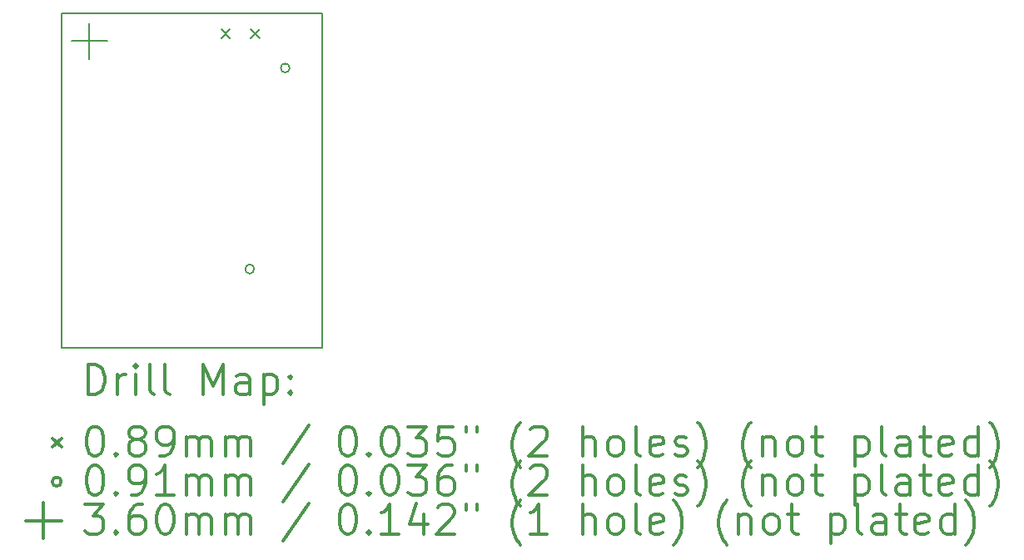
<source format=gbr>
%FSLAX45Y45*%
G04 Gerber Fmt 4.5, Leading zero omitted, Abs format (unit mm)*
G04 Created by KiCad (PCBNEW 4.0.2+dfsg1-stable) date Thu 12 Jan 2017 19:54:48 CET*
%MOMM*%
G01*
G04 APERTURE LIST*
%ADD10C,0.127000*%
%ADD11C,0.150000*%
%ADD12C,0.200000*%
%ADD13C,0.300000*%
G04 APERTURE END LIST*
D10*
D11*
X5960Y4340D02*
X2655960Y4340D01*
X2655960Y4340D02*
X2655960Y3404340D01*
X2655960Y3404340D02*
X5960Y3404340D01*
X5960Y3404340D02*
X5960Y4340D01*
D12*
X1627110Y3241790D02*
X1716010Y3152890D01*
X1716010Y3241790D02*
X1627110Y3152890D01*
X1927110Y3241790D02*
X2016010Y3152890D01*
X2016010Y3241790D02*
X1927110Y3152890D01*
X1960693Y804753D02*
G75*
G03X1960693Y804753I-45720J0D01*
G01*
X2321486Y2850908D02*
G75*
G03X2321486Y2850908I-45720J0D01*
G01*
X285360Y3304340D02*
X285360Y2944340D01*
X105360Y3124340D02*
X465360Y3124340D01*
D13*
X269889Y-468874D02*
X269889Y-168874D01*
X341317Y-168874D01*
X384174Y-183160D01*
X412746Y-211731D01*
X427031Y-240303D01*
X441317Y-297446D01*
X441317Y-340303D01*
X427031Y-397446D01*
X412746Y-426017D01*
X384174Y-454589D01*
X341317Y-468874D01*
X269889Y-468874D01*
X569889Y-468874D02*
X569889Y-268874D01*
X569889Y-326017D02*
X584174Y-297446D01*
X598460Y-283160D01*
X627031Y-268874D01*
X655603Y-268874D01*
X755603Y-468874D02*
X755603Y-268874D01*
X755603Y-168874D02*
X741317Y-183160D01*
X755603Y-197446D01*
X769888Y-183160D01*
X755603Y-168874D01*
X755603Y-197446D01*
X941317Y-468874D02*
X912746Y-454589D01*
X898460Y-426017D01*
X898460Y-168874D01*
X1098460Y-468874D02*
X1069889Y-454589D01*
X1055603Y-426017D01*
X1055603Y-168874D01*
X1441317Y-468874D02*
X1441317Y-168874D01*
X1541317Y-383160D01*
X1641317Y-168874D01*
X1641317Y-468874D01*
X1912746Y-468874D02*
X1912746Y-311732D01*
X1898460Y-283160D01*
X1869888Y-268874D01*
X1812746Y-268874D01*
X1784174Y-283160D01*
X1912746Y-454589D02*
X1884174Y-468874D01*
X1812746Y-468874D01*
X1784174Y-454589D01*
X1769888Y-426017D01*
X1769888Y-397446D01*
X1784174Y-368874D01*
X1812746Y-354589D01*
X1884174Y-354589D01*
X1912746Y-340303D01*
X2055603Y-268874D02*
X2055603Y-568874D01*
X2055603Y-283160D02*
X2084174Y-268874D01*
X2141317Y-268874D01*
X2169889Y-283160D01*
X2184174Y-297446D01*
X2198460Y-326017D01*
X2198460Y-411731D01*
X2184174Y-440303D01*
X2169889Y-454589D01*
X2141317Y-468874D01*
X2084174Y-468874D01*
X2055603Y-454589D01*
X2327031Y-440303D02*
X2341317Y-454589D01*
X2327031Y-468874D01*
X2312746Y-454589D01*
X2327031Y-440303D01*
X2327031Y-468874D01*
X2327031Y-283160D02*
X2341317Y-297446D01*
X2327031Y-311732D01*
X2312746Y-297446D01*
X2327031Y-283160D01*
X2327031Y-311732D01*
X-90440Y-918710D02*
X-1540Y-1007610D01*
X-1540Y-918710D02*
X-90440Y-1007610D01*
X327031Y-798874D02*
X355603Y-798874D01*
X384174Y-813160D01*
X398460Y-827446D01*
X412746Y-856017D01*
X427031Y-913160D01*
X427031Y-984589D01*
X412746Y-1041731D01*
X398460Y-1070303D01*
X384174Y-1084589D01*
X355603Y-1098874D01*
X327031Y-1098874D01*
X298460Y-1084589D01*
X284174Y-1070303D01*
X269889Y-1041731D01*
X255603Y-984589D01*
X255603Y-913160D01*
X269889Y-856017D01*
X284174Y-827446D01*
X298460Y-813160D01*
X327031Y-798874D01*
X555603Y-1070303D02*
X569889Y-1084589D01*
X555603Y-1098874D01*
X541317Y-1084589D01*
X555603Y-1070303D01*
X555603Y-1098874D01*
X741317Y-927446D02*
X712746Y-913160D01*
X698460Y-898874D01*
X684174Y-870303D01*
X684174Y-856017D01*
X698460Y-827446D01*
X712746Y-813160D01*
X741317Y-798874D01*
X798460Y-798874D01*
X827031Y-813160D01*
X841317Y-827446D01*
X855603Y-856017D01*
X855603Y-870303D01*
X841317Y-898874D01*
X827031Y-913160D01*
X798460Y-927446D01*
X741317Y-927446D01*
X712746Y-941731D01*
X698460Y-956017D01*
X684174Y-984589D01*
X684174Y-1041731D01*
X698460Y-1070303D01*
X712746Y-1084589D01*
X741317Y-1098874D01*
X798460Y-1098874D01*
X827031Y-1084589D01*
X841317Y-1070303D01*
X855603Y-1041731D01*
X855603Y-984589D01*
X841317Y-956017D01*
X827031Y-941731D01*
X798460Y-927446D01*
X998460Y-1098874D02*
X1055603Y-1098874D01*
X1084174Y-1084589D01*
X1098460Y-1070303D01*
X1127031Y-1027446D01*
X1141317Y-970303D01*
X1141317Y-856017D01*
X1127031Y-827446D01*
X1112746Y-813160D01*
X1084174Y-798874D01*
X1027031Y-798874D01*
X998460Y-813160D01*
X984174Y-827446D01*
X969888Y-856017D01*
X969888Y-927446D01*
X984174Y-956017D01*
X998460Y-970303D01*
X1027031Y-984589D01*
X1084174Y-984589D01*
X1112746Y-970303D01*
X1127031Y-956017D01*
X1141317Y-927446D01*
X1269889Y-1098874D02*
X1269889Y-898874D01*
X1269889Y-927446D02*
X1284174Y-913160D01*
X1312746Y-898874D01*
X1355603Y-898874D01*
X1384174Y-913160D01*
X1398460Y-941731D01*
X1398460Y-1098874D01*
X1398460Y-941731D02*
X1412746Y-913160D01*
X1441317Y-898874D01*
X1484174Y-898874D01*
X1512746Y-913160D01*
X1527031Y-941731D01*
X1527031Y-1098874D01*
X1669888Y-1098874D02*
X1669888Y-898874D01*
X1669888Y-927446D02*
X1684174Y-913160D01*
X1712746Y-898874D01*
X1755603Y-898874D01*
X1784174Y-913160D01*
X1798460Y-941731D01*
X1798460Y-1098874D01*
X1798460Y-941731D02*
X1812746Y-913160D01*
X1841317Y-898874D01*
X1884174Y-898874D01*
X1912746Y-913160D01*
X1927031Y-941731D01*
X1927031Y-1098874D01*
X2512746Y-784589D02*
X2255603Y-1170303D01*
X2898460Y-798874D02*
X2927031Y-798874D01*
X2955603Y-813160D01*
X2969888Y-827446D01*
X2984174Y-856017D01*
X2998460Y-913160D01*
X2998460Y-984589D01*
X2984174Y-1041731D01*
X2969888Y-1070303D01*
X2955603Y-1084589D01*
X2927031Y-1098874D01*
X2898460Y-1098874D01*
X2869888Y-1084589D01*
X2855603Y-1070303D01*
X2841317Y-1041731D01*
X2827031Y-984589D01*
X2827031Y-913160D01*
X2841317Y-856017D01*
X2855603Y-827446D01*
X2869888Y-813160D01*
X2898460Y-798874D01*
X3127031Y-1070303D02*
X3141317Y-1084589D01*
X3127031Y-1098874D01*
X3112746Y-1084589D01*
X3127031Y-1070303D01*
X3127031Y-1098874D01*
X3327031Y-798874D02*
X3355603Y-798874D01*
X3384174Y-813160D01*
X3398460Y-827446D01*
X3412745Y-856017D01*
X3427031Y-913160D01*
X3427031Y-984589D01*
X3412745Y-1041731D01*
X3398460Y-1070303D01*
X3384174Y-1084589D01*
X3355603Y-1098874D01*
X3327031Y-1098874D01*
X3298460Y-1084589D01*
X3284174Y-1070303D01*
X3269888Y-1041731D01*
X3255603Y-984589D01*
X3255603Y-913160D01*
X3269888Y-856017D01*
X3284174Y-827446D01*
X3298460Y-813160D01*
X3327031Y-798874D01*
X3527031Y-798874D02*
X3712745Y-798874D01*
X3612745Y-913160D01*
X3655603Y-913160D01*
X3684174Y-927446D01*
X3698460Y-941731D01*
X3712745Y-970303D01*
X3712745Y-1041731D01*
X3698460Y-1070303D01*
X3684174Y-1084589D01*
X3655603Y-1098874D01*
X3569888Y-1098874D01*
X3541317Y-1084589D01*
X3527031Y-1070303D01*
X3984174Y-798874D02*
X3841317Y-798874D01*
X3827031Y-941731D01*
X3841317Y-927446D01*
X3869888Y-913160D01*
X3941317Y-913160D01*
X3969888Y-927446D01*
X3984174Y-941731D01*
X3998460Y-970303D01*
X3998460Y-1041731D01*
X3984174Y-1070303D01*
X3969888Y-1084589D01*
X3941317Y-1098874D01*
X3869888Y-1098874D01*
X3841317Y-1084589D01*
X3827031Y-1070303D01*
X4112746Y-798874D02*
X4112746Y-856017D01*
X4227031Y-798874D02*
X4227031Y-856017D01*
X4669888Y-1213160D02*
X4655603Y-1198874D01*
X4627031Y-1156017D01*
X4612746Y-1127446D01*
X4598460Y-1084589D01*
X4584174Y-1013160D01*
X4584174Y-956017D01*
X4598460Y-884589D01*
X4612746Y-841731D01*
X4627031Y-813160D01*
X4655603Y-770303D01*
X4669888Y-756017D01*
X4769888Y-827446D02*
X4784174Y-813160D01*
X4812746Y-798874D01*
X4884174Y-798874D01*
X4912746Y-813160D01*
X4927031Y-827446D01*
X4941317Y-856017D01*
X4941317Y-884589D01*
X4927031Y-927446D01*
X4755603Y-1098874D01*
X4941317Y-1098874D01*
X5298460Y-1098874D02*
X5298460Y-798874D01*
X5427031Y-1098874D02*
X5427031Y-941731D01*
X5412746Y-913160D01*
X5384174Y-898874D01*
X5341317Y-898874D01*
X5312746Y-913160D01*
X5298460Y-927446D01*
X5612745Y-1098874D02*
X5584174Y-1084589D01*
X5569888Y-1070303D01*
X5555603Y-1041731D01*
X5555603Y-956017D01*
X5569888Y-927446D01*
X5584174Y-913160D01*
X5612745Y-898874D01*
X5655603Y-898874D01*
X5684174Y-913160D01*
X5698460Y-927446D01*
X5712745Y-956017D01*
X5712745Y-1041731D01*
X5698460Y-1070303D01*
X5684174Y-1084589D01*
X5655603Y-1098874D01*
X5612745Y-1098874D01*
X5884174Y-1098874D02*
X5855603Y-1084589D01*
X5841317Y-1056017D01*
X5841317Y-798874D01*
X6112746Y-1084589D02*
X6084174Y-1098874D01*
X6027031Y-1098874D01*
X5998460Y-1084589D01*
X5984174Y-1056017D01*
X5984174Y-941731D01*
X5998460Y-913160D01*
X6027031Y-898874D01*
X6084174Y-898874D01*
X6112746Y-913160D01*
X6127031Y-941731D01*
X6127031Y-970303D01*
X5984174Y-998874D01*
X6241317Y-1084589D02*
X6269888Y-1098874D01*
X6327031Y-1098874D01*
X6355603Y-1084589D01*
X6369888Y-1056017D01*
X6369888Y-1041731D01*
X6355603Y-1013160D01*
X6327031Y-998874D01*
X6284174Y-998874D01*
X6255603Y-984589D01*
X6241317Y-956017D01*
X6241317Y-941731D01*
X6255603Y-913160D01*
X6284174Y-898874D01*
X6327031Y-898874D01*
X6355603Y-913160D01*
X6469888Y-1213160D02*
X6484174Y-1198874D01*
X6512746Y-1156017D01*
X6527031Y-1127446D01*
X6541317Y-1084589D01*
X6555603Y-1013160D01*
X6555603Y-956017D01*
X6541317Y-884589D01*
X6527031Y-841731D01*
X6512746Y-813160D01*
X6484174Y-770303D01*
X6469888Y-756017D01*
X7012746Y-1213160D02*
X6998460Y-1198874D01*
X6969888Y-1156017D01*
X6955603Y-1127446D01*
X6941317Y-1084589D01*
X6927031Y-1013160D01*
X6927031Y-956017D01*
X6941317Y-884589D01*
X6955603Y-841731D01*
X6969888Y-813160D01*
X6998460Y-770303D01*
X7012746Y-756017D01*
X7127031Y-898874D02*
X7127031Y-1098874D01*
X7127031Y-927446D02*
X7141317Y-913160D01*
X7169888Y-898874D01*
X7212746Y-898874D01*
X7241317Y-913160D01*
X7255603Y-941731D01*
X7255603Y-1098874D01*
X7441317Y-1098874D02*
X7412746Y-1084589D01*
X7398460Y-1070303D01*
X7384174Y-1041731D01*
X7384174Y-956017D01*
X7398460Y-927446D01*
X7412746Y-913160D01*
X7441317Y-898874D01*
X7484174Y-898874D01*
X7512746Y-913160D01*
X7527031Y-927446D01*
X7541317Y-956017D01*
X7541317Y-1041731D01*
X7527031Y-1070303D01*
X7512746Y-1084589D01*
X7484174Y-1098874D01*
X7441317Y-1098874D01*
X7627031Y-898874D02*
X7741317Y-898874D01*
X7669888Y-798874D02*
X7669888Y-1056017D01*
X7684174Y-1084589D01*
X7712746Y-1098874D01*
X7741317Y-1098874D01*
X8069888Y-898874D02*
X8069888Y-1198874D01*
X8069888Y-913160D02*
X8098460Y-898874D01*
X8155603Y-898874D01*
X8184174Y-913160D01*
X8198460Y-927446D01*
X8212746Y-956017D01*
X8212746Y-1041731D01*
X8198460Y-1070303D01*
X8184174Y-1084589D01*
X8155603Y-1098874D01*
X8098460Y-1098874D01*
X8069888Y-1084589D01*
X8384174Y-1098874D02*
X8355603Y-1084589D01*
X8341317Y-1056017D01*
X8341317Y-798874D01*
X8627031Y-1098874D02*
X8627031Y-941731D01*
X8612746Y-913160D01*
X8584174Y-898874D01*
X8527031Y-898874D01*
X8498460Y-913160D01*
X8627031Y-1084589D02*
X8598460Y-1098874D01*
X8527031Y-1098874D01*
X8498460Y-1084589D01*
X8484174Y-1056017D01*
X8484174Y-1027446D01*
X8498460Y-998874D01*
X8527031Y-984589D01*
X8598460Y-984589D01*
X8627031Y-970303D01*
X8727031Y-898874D02*
X8841317Y-898874D01*
X8769889Y-798874D02*
X8769889Y-1056017D01*
X8784174Y-1084589D01*
X8812746Y-1098874D01*
X8841317Y-1098874D01*
X9055603Y-1084589D02*
X9027032Y-1098874D01*
X8969889Y-1098874D01*
X8941317Y-1084589D01*
X8927032Y-1056017D01*
X8927032Y-941731D01*
X8941317Y-913160D01*
X8969889Y-898874D01*
X9027032Y-898874D01*
X9055603Y-913160D01*
X9069889Y-941731D01*
X9069889Y-970303D01*
X8927032Y-998874D01*
X9327032Y-1098874D02*
X9327032Y-798874D01*
X9327032Y-1084589D02*
X9298460Y-1098874D01*
X9241317Y-1098874D01*
X9212746Y-1084589D01*
X9198460Y-1070303D01*
X9184174Y-1041731D01*
X9184174Y-956017D01*
X9198460Y-927446D01*
X9212746Y-913160D01*
X9241317Y-898874D01*
X9298460Y-898874D01*
X9327032Y-913160D01*
X9441317Y-1213160D02*
X9455603Y-1198874D01*
X9484174Y-1156017D01*
X9498460Y-1127446D01*
X9512746Y-1084589D01*
X9527032Y-1013160D01*
X9527032Y-956017D01*
X9512746Y-884589D01*
X9498460Y-841731D01*
X9484174Y-813160D01*
X9455603Y-770303D01*
X9441317Y-756017D01*
X-1540Y-1359160D02*
G75*
G03X-1540Y-1359160I-45720J0D01*
G01*
X327031Y-1194874D02*
X355603Y-1194874D01*
X384174Y-1209160D01*
X398460Y-1223446D01*
X412746Y-1252017D01*
X427031Y-1309160D01*
X427031Y-1380589D01*
X412746Y-1437731D01*
X398460Y-1466303D01*
X384174Y-1480589D01*
X355603Y-1494874D01*
X327031Y-1494874D01*
X298460Y-1480589D01*
X284174Y-1466303D01*
X269889Y-1437731D01*
X255603Y-1380589D01*
X255603Y-1309160D01*
X269889Y-1252017D01*
X284174Y-1223446D01*
X298460Y-1209160D01*
X327031Y-1194874D01*
X555603Y-1466303D02*
X569889Y-1480589D01*
X555603Y-1494874D01*
X541317Y-1480589D01*
X555603Y-1466303D01*
X555603Y-1494874D01*
X712746Y-1494874D02*
X769888Y-1494874D01*
X798460Y-1480589D01*
X812746Y-1466303D01*
X841317Y-1423446D01*
X855603Y-1366303D01*
X855603Y-1252017D01*
X841317Y-1223446D01*
X827031Y-1209160D01*
X798460Y-1194874D01*
X741317Y-1194874D01*
X712746Y-1209160D01*
X698460Y-1223446D01*
X684174Y-1252017D01*
X684174Y-1323446D01*
X698460Y-1352017D01*
X712746Y-1366303D01*
X741317Y-1380589D01*
X798460Y-1380589D01*
X827031Y-1366303D01*
X841317Y-1352017D01*
X855603Y-1323446D01*
X1141317Y-1494874D02*
X969888Y-1494874D01*
X1055603Y-1494874D02*
X1055603Y-1194874D01*
X1027031Y-1237732D01*
X998460Y-1266303D01*
X969888Y-1280589D01*
X1269889Y-1494874D02*
X1269889Y-1294874D01*
X1269889Y-1323446D02*
X1284174Y-1309160D01*
X1312746Y-1294874D01*
X1355603Y-1294874D01*
X1384174Y-1309160D01*
X1398460Y-1337732D01*
X1398460Y-1494874D01*
X1398460Y-1337732D02*
X1412746Y-1309160D01*
X1441317Y-1294874D01*
X1484174Y-1294874D01*
X1512746Y-1309160D01*
X1527031Y-1337732D01*
X1527031Y-1494874D01*
X1669888Y-1494874D02*
X1669888Y-1294874D01*
X1669888Y-1323446D02*
X1684174Y-1309160D01*
X1712746Y-1294874D01*
X1755603Y-1294874D01*
X1784174Y-1309160D01*
X1798460Y-1337732D01*
X1798460Y-1494874D01*
X1798460Y-1337732D02*
X1812746Y-1309160D01*
X1841317Y-1294874D01*
X1884174Y-1294874D01*
X1912746Y-1309160D01*
X1927031Y-1337732D01*
X1927031Y-1494874D01*
X2512746Y-1180589D02*
X2255603Y-1566303D01*
X2898460Y-1194874D02*
X2927031Y-1194874D01*
X2955603Y-1209160D01*
X2969888Y-1223446D01*
X2984174Y-1252017D01*
X2998460Y-1309160D01*
X2998460Y-1380589D01*
X2984174Y-1437731D01*
X2969888Y-1466303D01*
X2955603Y-1480589D01*
X2927031Y-1494874D01*
X2898460Y-1494874D01*
X2869888Y-1480589D01*
X2855603Y-1466303D01*
X2841317Y-1437731D01*
X2827031Y-1380589D01*
X2827031Y-1309160D01*
X2841317Y-1252017D01*
X2855603Y-1223446D01*
X2869888Y-1209160D01*
X2898460Y-1194874D01*
X3127031Y-1466303D02*
X3141317Y-1480589D01*
X3127031Y-1494874D01*
X3112746Y-1480589D01*
X3127031Y-1466303D01*
X3127031Y-1494874D01*
X3327031Y-1194874D02*
X3355603Y-1194874D01*
X3384174Y-1209160D01*
X3398460Y-1223446D01*
X3412745Y-1252017D01*
X3427031Y-1309160D01*
X3427031Y-1380589D01*
X3412745Y-1437731D01*
X3398460Y-1466303D01*
X3384174Y-1480589D01*
X3355603Y-1494874D01*
X3327031Y-1494874D01*
X3298460Y-1480589D01*
X3284174Y-1466303D01*
X3269888Y-1437731D01*
X3255603Y-1380589D01*
X3255603Y-1309160D01*
X3269888Y-1252017D01*
X3284174Y-1223446D01*
X3298460Y-1209160D01*
X3327031Y-1194874D01*
X3527031Y-1194874D02*
X3712745Y-1194874D01*
X3612745Y-1309160D01*
X3655603Y-1309160D01*
X3684174Y-1323446D01*
X3698460Y-1337732D01*
X3712745Y-1366303D01*
X3712745Y-1437731D01*
X3698460Y-1466303D01*
X3684174Y-1480589D01*
X3655603Y-1494874D01*
X3569888Y-1494874D01*
X3541317Y-1480589D01*
X3527031Y-1466303D01*
X3969888Y-1194874D02*
X3912745Y-1194874D01*
X3884174Y-1209160D01*
X3869888Y-1223446D01*
X3841317Y-1266303D01*
X3827031Y-1323446D01*
X3827031Y-1437731D01*
X3841317Y-1466303D01*
X3855603Y-1480589D01*
X3884174Y-1494874D01*
X3941317Y-1494874D01*
X3969888Y-1480589D01*
X3984174Y-1466303D01*
X3998460Y-1437731D01*
X3998460Y-1366303D01*
X3984174Y-1337732D01*
X3969888Y-1323446D01*
X3941317Y-1309160D01*
X3884174Y-1309160D01*
X3855603Y-1323446D01*
X3841317Y-1337732D01*
X3827031Y-1366303D01*
X4112746Y-1194874D02*
X4112746Y-1252017D01*
X4227031Y-1194874D02*
X4227031Y-1252017D01*
X4669888Y-1609160D02*
X4655603Y-1594874D01*
X4627031Y-1552017D01*
X4612746Y-1523446D01*
X4598460Y-1480589D01*
X4584174Y-1409160D01*
X4584174Y-1352017D01*
X4598460Y-1280589D01*
X4612746Y-1237732D01*
X4627031Y-1209160D01*
X4655603Y-1166303D01*
X4669888Y-1152017D01*
X4769888Y-1223446D02*
X4784174Y-1209160D01*
X4812746Y-1194874D01*
X4884174Y-1194874D01*
X4912746Y-1209160D01*
X4927031Y-1223446D01*
X4941317Y-1252017D01*
X4941317Y-1280589D01*
X4927031Y-1323446D01*
X4755603Y-1494874D01*
X4941317Y-1494874D01*
X5298460Y-1494874D02*
X5298460Y-1194874D01*
X5427031Y-1494874D02*
X5427031Y-1337732D01*
X5412746Y-1309160D01*
X5384174Y-1294874D01*
X5341317Y-1294874D01*
X5312746Y-1309160D01*
X5298460Y-1323446D01*
X5612745Y-1494874D02*
X5584174Y-1480589D01*
X5569888Y-1466303D01*
X5555603Y-1437731D01*
X5555603Y-1352017D01*
X5569888Y-1323446D01*
X5584174Y-1309160D01*
X5612745Y-1294874D01*
X5655603Y-1294874D01*
X5684174Y-1309160D01*
X5698460Y-1323446D01*
X5712745Y-1352017D01*
X5712745Y-1437731D01*
X5698460Y-1466303D01*
X5684174Y-1480589D01*
X5655603Y-1494874D01*
X5612745Y-1494874D01*
X5884174Y-1494874D02*
X5855603Y-1480589D01*
X5841317Y-1452017D01*
X5841317Y-1194874D01*
X6112746Y-1480589D02*
X6084174Y-1494874D01*
X6027031Y-1494874D01*
X5998460Y-1480589D01*
X5984174Y-1452017D01*
X5984174Y-1337732D01*
X5998460Y-1309160D01*
X6027031Y-1294874D01*
X6084174Y-1294874D01*
X6112746Y-1309160D01*
X6127031Y-1337732D01*
X6127031Y-1366303D01*
X5984174Y-1394874D01*
X6241317Y-1480589D02*
X6269888Y-1494874D01*
X6327031Y-1494874D01*
X6355603Y-1480589D01*
X6369888Y-1452017D01*
X6369888Y-1437731D01*
X6355603Y-1409160D01*
X6327031Y-1394874D01*
X6284174Y-1394874D01*
X6255603Y-1380589D01*
X6241317Y-1352017D01*
X6241317Y-1337732D01*
X6255603Y-1309160D01*
X6284174Y-1294874D01*
X6327031Y-1294874D01*
X6355603Y-1309160D01*
X6469888Y-1609160D02*
X6484174Y-1594874D01*
X6512746Y-1552017D01*
X6527031Y-1523446D01*
X6541317Y-1480589D01*
X6555603Y-1409160D01*
X6555603Y-1352017D01*
X6541317Y-1280589D01*
X6527031Y-1237732D01*
X6512746Y-1209160D01*
X6484174Y-1166303D01*
X6469888Y-1152017D01*
X7012746Y-1609160D02*
X6998460Y-1594874D01*
X6969888Y-1552017D01*
X6955603Y-1523446D01*
X6941317Y-1480589D01*
X6927031Y-1409160D01*
X6927031Y-1352017D01*
X6941317Y-1280589D01*
X6955603Y-1237732D01*
X6969888Y-1209160D01*
X6998460Y-1166303D01*
X7012746Y-1152017D01*
X7127031Y-1294874D02*
X7127031Y-1494874D01*
X7127031Y-1323446D02*
X7141317Y-1309160D01*
X7169888Y-1294874D01*
X7212746Y-1294874D01*
X7241317Y-1309160D01*
X7255603Y-1337732D01*
X7255603Y-1494874D01*
X7441317Y-1494874D02*
X7412746Y-1480589D01*
X7398460Y-1466303D01*
X7384174Y-1437731D01*
X7384174Y-1352017D01*
X7398460Y-1323446D01*
X7412746Y-1309160D01*
X7441317Y-1294874D01*
X7484174Y-1294874D01*
X7512746Y-1309160D01*
X7527031Y-1323446D01*
X7541317Y-1352017D01*
X7541317Y-1437731D01*
X7527031Y-1466303D01*
X7512746Y-1480589D01*
X7484174Y-1494874D01*
X7441317Y-1494874D01*
X7627031Y-1294874D02*
X7741317Y-1294874D01*
X7669888Y-1194874D02*
X7669888Y-1452017D01*
X7684174Y-1480589D01*
X7712746Y-1494874D01*
X7741317Y-1494874D01*
X8069888Y-1294874D02*
X8069888Y-1594874D01*
X8069888Y-1309160D02*
X8098460Y-1294874D01*
X8155603Y-1294874D01*
X8184174Y-1309160D01*
X8198460Y-1323446D01*
X8212746Y-1352017D01*
X8212746Y-1437731D01*
X8198460Y-1466303D01*
X8184174Y-1480589D01*
X8155603Y-1494874D01*
X8098460Y-1494874D01*
X8069888Y-1480589D01*
X8384174Y-1494874D02*
X8355603Y-1480589D01*
X8341317Y-1452017D01*
X8341317Y-1194874D01*
X8627031Y-1494874D02*
X8627031Y-1337732D01*
X8612746Y-1309160D01*
X8584174Y-1294874D01*
X8527031Y-1294874D01*
X8498460Y-1309160D01*
X8627031Y-1480589D02*
X8598460Y-1494874D01*
X8527031Y-1494874D01*
X8498460Y-1480589D01*
X8484174Y-1452017D01*
X8484174Y-1423446D01*
X8498460Y-1394874D01*
X8527031Y-1380589D01*
X8598460Y-1380589D01*
X8627031Y-1366303D01*
X8727031Y-1294874D02*
X8841317Y-1294874D01*
X8769889Y-1194874D02*
X8769889Y-1452017D01*
X8784174Y-1480589D01*
X8812746Y-1494874D01*
X8841317Y-1494874D01*
X9055603Y-1480589D02*
X9027032Y-1494874D01*
X8969889Y-1494874D01*
X8941317Y-1480589D01*
X8927032Y-1452017D01*
X8927032Y-1337732D01*
X8941317Y-1309160D01*
X8969889Y-1294874D01*
X9027032Y-1294874D01*
X9055603Y-1309160D01*
X9069889Y-1337732D01*
X9069889Y-1366303D01*
X8927032Y-1394874D01*
X9327032Y-1494874D02*
X9327032Y-1194874D01*
X9327032Y-1480589D02*
X9298460Y-1494874D01*
X9241317Y-1494874D01*
X9212746Y-1480589D01*
X9198460Y-1466303D01*
X9184174Y-1437731D01*
X9184174Y-1352017D01*
X9198460Y-1323446D01*
X9212746Y-1309160D01*
X9241317Y-1294874D01*
X9298460Y-1294874D01*
X9327032Y-1309160D01*
X9441317Y-1609160D02*
X9455603Y-1594874D01*
X9484174Y-1552017D01*
X9498460Y-1523446D01*
X9512746Y-1480589D01*
X9527032Y-1409160D01*
X9527032Y-1352017D01*
X9512746Y-1280589D01*
X9498460Y-1237732D01*
X9484174Y-1209160D01*
X9455603Y-1166303D01*
X9441317Y-1152017D01*
X-181540Y-1575160D02*
X-181540Y-1935160D01*
X-361540Y-1755160D02*
X-1540Y-1755160D01*
X241317Y-1590874D02*
X427031Y-1590874D01*
X327031Y-1705160D01*
X369888Y-1705160D01*
X398460Y-1719446D01*
X412746Y-1733731D01*
X427031Y-1762303D01*
X427031Y-1833731D01*
X412746Y-1862303D01*
X398460Y-1876589D01*
X369888Y-1890874D01*
X284174Y-1890874D01*
X255603Y-1876589D01*
X241317Y-1862303D01*
X555603Y-1862303D02*
X569889Y-1876589D01*
X555603Y-1890874D01*
X541317Y-1876589D01*
X555603Y-1862303D01*
X555603Y-1890874D01*
X827031Y-1590874D02*
X769888Y-1590874D01*
X741317Y-1605160D01*
X727031Y-1619446D01*
X698460Y-1662303D01*
X684174Y-1719446D01*
X684174Y-1833731D01*
X698460Y-1862303D01*
X712746Y-1876589D01*
X741317Y-1890874D01*
X798460Y-1890874D01*
X827031Y-1876589D01*
X841317Y-1862303D01*
X855603Y-1833731D01*
X855603Y-1762303D01*
X841317Y-1733731D01*
X827031Y-1719446D01*
X798460Y-1705160D01*
X741317Y-1705160D01*
X712746Y-1719446D01*
X698460Y-1733731D01*
X684174Y-1762303D01*
X1041317Y-1590874D02*
X1069889Y-1590874D01*
X1098460Y-1605160D01*
X1112746Y-1619446D01*
X1127031Y-1648017D01*
X1141317Y-1705160D01*
X1141317Y-1776589D01*
X1127031Y-1833731D01*
X1112746Y-1862303D01*
X1098460Y-1876589D01*
X1069889Y-1890874D01*
X1041317Y-1890874D01*
X1012746Y-1876589D01*
X998460Y-1862303D01*
X984174Y-1833731D01*
X969888Y-1776589D01*
X969888Y-1705160D01*
X984174Y-1648017D01*
X998460Y-1619446D01*
X1012746Y-1605160D01*
X1041317Y-1590874D01*
X1269889Y-1890874D02*
X1269889Y-1690874D01*
X1269889Y-1719446D02*
X1284174Y-1705160D01*
X1312746Y-1690874D01*
X1355603Y-1690874D01*
X1384174Y-1705160D01*
X1398460Y-1733731D01*
X1398460Y-1890874D01*
X1398460Y-1733731D02*
X1412746Y-1705160D01*
X1441317Y-1690874D01*
X1484174Y-1690874D01*
X1512746Y-1705160D01*
X1527031Y-1733731D01*
X1527031Y-1890874D01*
X1669888Y-1890874D02*
X1669888Y-1690874D01*
X1669888Y-1719446D02*
X1684174Y-1705160D01*
X1712746Y-1690874D01*
X1755603Y-1690874D01*
X1784174Y-1705160D01*
X1798460Y-1733731D01*
X1798460Y-1890874D01*
X1798460Y-1733731D02*
X1812746Y-1705160D01*
X1841317Y-1690874D01*
X1884174Y-1690874D01*
X1912746Y-1705160D01*
X1927031Y-1733731D01*
X1927031Y-1890874D01*
X2512746Y-1576589D02*
X2255603Y-1962303D01*
X2898460Y-1590874D02*
X2927031Y-1590874D01*
X2955603Y-1605160D01*
X2969888Y-1619446D01*
X2984174Y-1648017D01*
X2998460Y-1705160D01*
X2998460Y-1776589D01*
X2984174Y-1833731D01*
X2969888Y-1862303D01*
X2955603Y-1876589D01*
X2927031Y-1890874D01*
X2898460Y-1890874D01*
X2869888Y-1876589D01*
X2855603Y-1862303D01*
X2841317Y-1833731D01*
X2827031Y-1776589D01*
X2827031Y-1705160D01*
X2841317Y-1648017D01*
X2855603Y-1619446D01*
X2869888Y-1605160D01*
X2898460Y-1590874D01*
X3127031Y-1862303D02*
X3141317Y-1876589D01*
X3127031Y-1890874D01*
X3112746Y-1876589D01*
X3127031Y-1862303D01*
X3127031Y-1890874D01*
X3427031Y-1890874D02*
X3255603Y-1890874D01*
X3341317Y-1890874D02*
X3341317Y-1590874D01*
X3312745Y-1633731D01*
X3284174Y-1662303D01*
X3255603Y-1676589D01*
X3684174Y-1690874D02*
X3684174Y-1890874D01*
X3612745Y-1576589D02*
X3541317Y-1790874D01*
X3727031Y-1790874D01*
X3827031Y-1619446D02*
X3841317Y-1605160D01*
X3869888Y-1590874D01*
X3941317Y-1590874D01*
X3969888Y-1605160D01*
X3984174Y-1619446D01*
X3998460Y-1648017D01*
X3998460Y-1676589D01*
X3984174Y-1719446D01*
X3812745Y-1890874D01*
X3998460Y-1890874D01*
X4112746Y-1590874D02*
X4112746Y-1648017D01*
X4227031Y-1590874D02*
X4227031Y-1648017D01*
X4669888Y-2005160D02*
X4655603Y-1990874D01*
X4627031Y-1948017D01*
X4612746Y-1919446D01*
X4598460Y-1876589D01*
X4584174Y-1805160D01*
X4584174Y-1748017D01*
X4598460Y-1676589D01*
X4612746Y-1633731D01*
X4627031Y-1605160D01*
X4655603Y-1562303D01*
X4669888Y-1548017D01*
X4941317Y-1890874D02*
X4769888Y-1890874D01*
X4855603Y-1890874D02*
X4855603Y-1590874D01*
X4827031Y-1633731D01*
X4798460Y-1662303D01*
X4769888Y-1676589D01*
X5298460Y-1890874D02*
X5298460Y-1590874D01*
X5427031Y-1890874D02*
X5427031Y-1733731D01*
X5412746Y-1705160D01*
X5384174Y-1690874D01*
X5341317Y-1690874D01*
X5312746Y-1705160D01*
X5298460Y-1719446D01*
X5612745Y-1890874D02*
X5584174Y-1876589D01*
X5569888Y-1862303D01*
X5555603Y-1833731D01*
X5555603Y-1748017D01*
X5569888Y-1719446D01*
X5584174Y-1705160D01*
X5612745Y-1690874D01*
X5655603Y-1690874D01*
X5684174Y-1705160D01*
X5698460Y-1719446D01*
X5712745Y-1748017D01*
X5712745Y-1833731D01*
X5698460Y-1862303D01*
X5684174Y-1876589D01*
X5655603Y-1890874D01*
X5612745Y-1890874D01*
X5884174Y-1890874D02*
X5855603Y-1876589D01*
X5841317Y-1848017D01*
X5841317Y-1590874D01*
X6112746Y-1876589D02*
X6084174Y-1890874D01*
X6027031Y-1890874D01*
X5998460Y-1876589D01*
X5984174Y-1848017D01*
X5984174Y-1733731D01*
X5998460Y-1705160D01*
X6027031Y-1690874D01*
X6084174Y-1690874D01*
X6112746Y-1705160D01*
X6127031Y-1733731D01*
X6127031Y-1762303D01*
X5984174Y-1790874D01*
X6227031Y-2005160D02*
X6241317Y-1990874D01*
X6269888Y-1948017D01*
X6284174Y-1919446D01*
X6298460Y-1876589D01*
X6312746Y-1805160D01*
X6312746Y-1748017D01*
X6298460Y-1676589D01*
X6284174Y-1633731D01*
X6269888Y-1605160D01*
X6241317Y-1562303D01*
X6227031Y-1548017D01*
X6769888Y-2005160D02*
X6755603Y-1990874D01*
X6727031Y-1948017D01*
X6712746Y-1919446D01*
X6698460Y-1876589D01*
X6684174Y-1805160D01*
X6684174Y-1748017D01*
X6698460Y-1676589D01*
X6712746Y-1633731D01*
X6727031Y-1605160D01*
X6755603Y-1562303D01*
X6769888Y-1548017D01*
X6884174Y-1690874D02*
X6884174Y-1890874D01*
X6884174Y-1719446D02*
X6898460Y-1705160D01*
X6927031Y-1690874D01*
X6969888Y-1690874D01*
X6998460Y-1705160D01*
X7012746Y-1733731D01*
X7012746Y-1890874D01*
X7198460Y-1890874D02*
X7169888Y-1876589D01*
X7155603Y-1862303D01*
X7141317Y-1833731D01*
X7141317Y-1748017D01*
X7155603Y-1719446D01*
X7169888Y-1705160D01*
X7198460Y-1690874D01*
X7241317Y-1690874D01*
X7269888Y-1705160D01*
X7284174Y-1719446D01*
X7298460Y-1748017D01*
X7298460Y-1833731D01*
X7284174Y-1862303D01*
X7269888Y-1876589D01*
X7241317Y-1890874D01*
X7198460Y-1890874D01*
X7384174Y-1690874D02*
X7498460Y-1690874D01*
X7427031Y-1590874D02*
X7427031Y-1848017D01*
X7441317Y-1876589D01*
X7469888Y-1890874D01*
X7498460Y-1890874D01*
X7827031Y-1690874D02*
X7827031Y-1990874D01*
X7827031Y-1705160D02*
X7855603Y-1690874D01*
X7912746Y-1690874D01*
X7941317Y-1705160D01*
X7955603Y-1719446D01*
X7969888Y-1748017D01*
X7969888Y-1833731D01*
X7955603Y-1862303D01*
X7941317Y-1876589D01*
X7912746Y-1890874D01*
X7855603Y-1890874D01*
X7827031Y-1876589D01*
X8141317Y-1890874D02*
X8112746Y-1876589D01*
X8098460Y-1848017D01*
X8098460Y-1590874D01*
X8384174Y-1890874D02*
X8384174Y-1733731D01*
X8369889Y-1705160D01*
X8341317Y-1690874D01*
X8284174Y-1690874D01*
X8255603Y-1705160D01*
X8384174Y-1876589D02*
X8355603Y-1890874D01*
X8284174Y-1890874D01*
X8255603Y-1876589D01*
X8241317Y-1848017D01*
X8241317Y-1819446D01*
X8255603Y-1790874D01*
X8284174Y-1776589D01*
X8355603Y-1776589D01*
X8384174Y-1762303D01*
X8484174Y-1690874D02*
X8598460Y-1690874D01*
X8527032Y-1590874D02*
X8527032Y-1848017D01*
X8541317Y-1876589D01*
X8569889Y-1890874D01*
X8598460Y-1890874D01*
X8812746Y-1876589D02*
X8784174Y-1890874D01*
X8727032Y-1890874D01*
X8698460Y-1876589D01*
X8684174Y-1848017D01*
X8684174Y-1733731D01*
X8698460Y-1705160D01*
X8727032Y-1690874D01*
X8784174Y-1690874D01*
X8812746Y-1705160D01*
X8827032Y-1733731D01*
X8827032Y-1762303D01*
X8684174Y-1790874D01*
X9084174Y-1890874D02*
X9084174Y-1590874D01*
X9084174Y-1876589D02*
X9055603Y-1890874D01*
X8998460Y-1890874D01*
X8969889Y-1876589D01*
X8955603Y-1862303D01*
X8941317Y-1833731D01*
X8941317Y-1748017D01*
X8955603Y-1719446D01*
X8969889Y-1705160D01*
X8998460Y-1690874D01*
X9055603Y-1690874D01*
X9084174Y-1705160D01*
X9198460Y-2005160D02*
X9212746Y-1990874D01*
X9241317Y-1948017D01*
X9255603Y-1919446D01*
X9269889Y-1876589D01*
X9284174Y-1805160D01*
X9284174Y-1748017D01*
X9269889Y-1676589D01*
X9255603Y-1633731D01*
X9241317Y-1605160D01*
X9212746Y-1562303D01*
X9198460Y-1548017D01*
M02*

</source>
